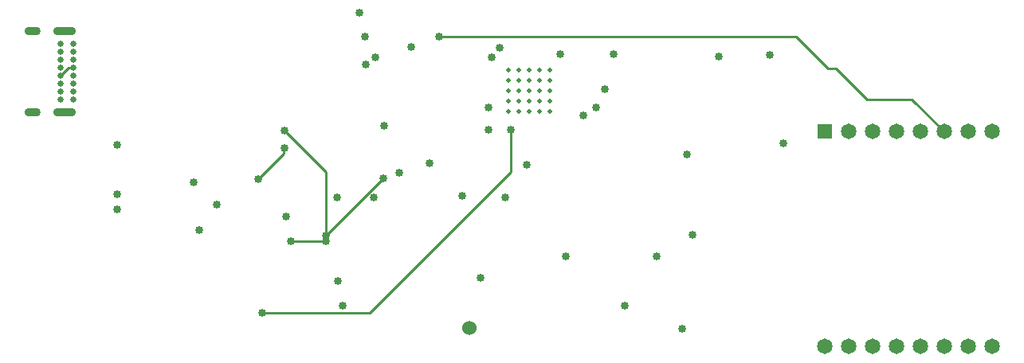
<source format=gbr>
%TF.GenerationSoftware,Altium Limited,Altium Designer,24.10.1 (45)*%
G04 Layer_Physical_Order=4*
G04 Layer_Color=16711680*
%FSLAX45Y45*%
%MOMM*%
%TF.SameCoordinates,2EBBFB3B-01A8-4DF5-8D17-AA19E7DB42BB*%
%TF.FilePolarity,Positive*%
%TF.FileFunction,Copper,L4,Bot,Signal*%
%TF.Part,Single*%
G01*
G75*
%TA.AperFunction,Conductor*%
%ADD42C,0.25400*%
%TA.AperFunction,ComponentPad*%
%ADD43C,1.65000*%
%ADD44R,1.65000X1.65000*%
%TA.AperFunction,ViaPad*%
%ADD45C,1.52400*%
%TA.AperFunction,ComponentPad*%
%ADD46C,0.65000*%
%ADD47O,1.70000X0.90000*%
%ADD48O,2.40000X0.90000*%
%TA.AperFunction,ViaPad*%
%ADD49C,0.85000*%
%ADD50C,0.50000*%
D42*
X12519999Y5920000D02*
X12860001Y5579999D01*
X11710000Y6250000D02*
X12040000Y5920000D01*
X12519999D01*
X11630000Y6250000D02*
X11710000D01*
X11292139Y6587861D02*
X11630000Y6250000D01*
X7496642Y6587861D02*
X11292139D01*
X5844012Y5392811D02*
X5851205Y5400004D01*
X5553800Y5053800D02*
X5844012Y5344012D01*
Y5392811D01*
X6761480Y3652520D02*
X8255000Y5146040D01*
X5615940Y3652520D02*
X6761480D01*
X8255000Y5146040D02*
Y5595620D01*
X5854400Y5584403D02*
X6294999Y5143805D01*
Y4471899D02*
Y5143805D01*
Y4471899D02*
X6906372Y5083272D01*
X5924398Y4409999D02*
X6294999D01*
X3475573Y6170000D02*
X3560572Y6254999D01*
X3610574D01*
D43*
X11590000Y3290001D02*
D03*
X12098000D02*
D03*
X13114000D02*
D03*
X12860001D02*
D03*
X12606000D02*
D03*
X12352000D02*
D03*
X11844000D02*
D03*
X13367999Y3293999D02*
D03*
Y5579999D02*
D03*
X11844000D02*
D03*
X12098000D02*
D03*
X12352000D02*
D03*
X12606000D02*
D03*
X12860001D02*
D03*
X13114000D02*
D03*
D44*
X11590000D02*
D03*
D45*
X7820000Y3490000D02*
D03*
D46*
X3610574Y6510000D02*
D03*
Y6425001D02*
D03*
Y6340003D02*
D03*
Y6254999D02*
D03*
Y6170000D02*
D03*
Y6085002D02*
D03*
Y5999998D02*
D03*
Y5915000D02*
D03*
X3475573D02*
D03*
Y5999998D02*
D03*
Y6085002D02*
D03*
Y6170000D02*
D03*
Y6254999D02*
D03*
Y6340003D02*
D03*
Y6425001D02*
D03*
Y6510000D02*
D03*
D47*
X3174573Y6645001D02*
D03*
Y5779999D02*
D03*
D48*
X3512576Y6645001D02*
D03*
Y5779999D02*
D03*
D49*
X9164000Y5832160D02*
D03*
X8778887Y6404180D02*
D03*
X9164320Y5831840D02*
D03*
X9260000Y6030000D02*
D03*
X9027160Y5748020D02*
D03*
X6720886Y6289863D02*
D03*
X6705200Y6590000D02*
D03*
X6650000Y6840000D02*
D03*
X8020000Y5830000D02*
D03*
X4890000Y5040000D02*
D03*
X4950000Y4530000D02*
D03*
X5130000Y4800000D02*
D03*
X5570000Y5070000D02*
D03*
X8430000Y5220000D02*
D03*
X8200000Y4880000D02*
D03*
X8020000Y5600000D02*
D03*
X7934960Y4023360D02*
D03*
X7737881Y4897120D02*
D03*
X6420000Y3990000D02*
D03*
X9350000Y6400000D02*
D03*
X10469999Y6377498D02*
D03*
X11150000Y5450000D02*
D03*
X11010000Y6390000D02*
D03*
X8840003Y4246880D02*
D03*
X9466580Y3726002D02*
D03*
X6819555Y6364615D02*
D03*
X5867400Y4676140D02*
D03*
X10129520Y5335001D02*
D03*
X8255000Y5595620D02*
D03*
X5615940Y3652520D02*
D03*
X7197882Y6474938D02*
D03*
X8138160Y6469380D02*
D03*
X5854400Y5584403D02*
D03*
X6906372Y5083272D02*
D03*
X6294999Y4471899D02*
D03*
X6471920Y3721100D02*
D03*
X7397501Y5237480D02*
D03*
X6804660Y4879340D02*
D03*
X6908800Y5642859D02*
D03*
X6408420Y4879340D02*
D03*
X7073900Y5140960D02*
D03*
X6294999Y4409999D02*
D03*
X5924398D02*
D03*
X7496642Y6587861D02*
D03*
X8050814Y6364615D02*
D03*
X9806940Y4246880D02*
D03*
X4074201Y4750598D02*
D03*
Y5435798D02*
D03*
Y4908499D02*
D03*
X10185999Y4478020D02*
D03*
X10080000Y3482340D02*
D03*
X5851205Y5400004D02*
D03*
D50*
X8230001Y5790428D02*
D03*
Y5900425D02*
D03*
Y6010427D02*
D03*
Y6120425D02*
D03*
Y6230427D02*
D03*
X8339999Y5790428D02*
D03*
Y5900425D02*
D03*
Y6010427D02*
D03*
Y6120425D02*
D03*
Y6230427D02*
D03*
X8450001Y5790428D02*
D03*
Y5900425D02*
D03*
Y6010427D02*
D03*
Y6120425D02*
D03*
Y6230427D02*
D03*
X8559998Y5790428D02*
D03*
Y5900425D02*
D03*
Y6010427D02*
D03*
Y6120425D02*
D03*
Y6230427D02*
D03*
X8670000Y5790428D02*
D03*
Y5900425D02*
D03*
Y6010427D02*
D03*
Y6120425D02*
D03*
Y6230427D02*
D03*
%TF.MD5,80f5e5552cc747885da512ae4c166d85*%
M02*

</source>
